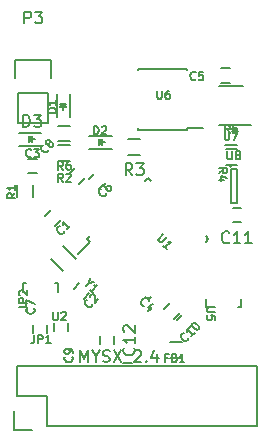
<source format=gbr>
G04 #@! TF.FileFunction,Legend,Top*
%FSLAX46Y46*%
G04 Gerber Fmt 4.6, Leading zero omitted, Abs format (unit mm)*
G04 Created by KiCad (PCBNEW no-vcs-found-undefined) date Sun Nov 27 17:11:53 2016*
%MOMM*%
%LPD*%
G01*
G04 APERTURE LIST*
%ADD10C,0.100000*%
%ADD11C,0.150000*%
G04 APERTURE END LIST*
D10*
D11*
X105887240Y-103164640D02*
X105935500Y-103164640D01*
X108686220Y-102463600D02*
X108686220Y-103164640D01*
X108686220Y-103164640D02*
X108437300Y-103164640D01*
X105887240Y-103164640D02*
X105686580Y-103164640D01*
X105686580Y-103164640D02*
X105686580Y-102463600D01*
X94502049Y-101626423D02*
X94997023Y-101131449D01*
X95845551Y-101979977D02*
X95350577Y-102474951D01*
X89882800Y-89488100D02*
X91782800Y-89488100D01*
X89882800Y-88388100D02*
X91782800Y-88388100D01*
X90782800Y-88938100D02*
X91232800Y-88938100D01*
X90732800Y-88688100D02*
X90732800Y-89188100D01*
X90732800Y-88938100D02*
X90982800Y-88688100D01*
X90982800Y-88688100D02*
X90982800Y-89188100D01*
X90982800Y-89188100D02*
X90732800Y-88938100D01*
X91099000Y-92870400D02*
X91099000Y-93870400D01*
X89749000Y-93870400D02*
X89749000Y-92870400D01*
X89814400Y-87604600D02*
X92354400Y-87604600D01*
X89814400Y-85064600D02*
X89814400Y-87604600D01*
X89534400Y-82244600D02*
X92634400Y-82244600D01*
X89534400Y-83794600D02*
X89534400Y-82244600D01*
X92354400Y-85064600D02*
X89814400Y-85064600D01*
X92634400Y-82244600D02*
X92634400Y-83794600D01*
X92354400Y-85064600D02*
X92354400Y-87604600D01*
X93225300Y-89418800D02*
X94225300Y-89418800D01*
X94225300Y-90768800D02*
X93225300Y-90768800D01*
X104086500Y-88134900D02*
X104086500Y-87989900D01*
X99936500Y-88134900D02*
X99936500Y-87989900D01*
X99936500Y-82984900D02*
X99936500Y-83129900D01*
X104086500Y-82984900D02*
X104086500Y-83129900D01*
X104086500Y-88134900D02*
X99936500Y-88134900D01*
X104086500Y-82984900D02*
X99936500Y-82984900D01*
X104086500Y-87989900D02*
X105486500Y-87989900D01*
X93200600Y-87793200D02*
X94200600Y-87793200D01*
X94200600Y-89143200D02*
X93200600Y-89143200D01*
X95675700Y-97390668D02*
X95905510Y-97620478D01*
X100802224Y-92264144D02*
X101032034Y-92493954D01*
X105928748Y-97390668D02*
X105698938Y-97160858D01*
X100802224Y-102517192D02*
X100572414Y-102287382D01*
X95675700Y-97390668D02*
X95905510Y-97160858D01*
X100802224Y-102517192D02*
X101032034Y-102287382D01*
X105928748Y-97390668D02*
X105698938Y-97620478D01*
X100802224Y-92264144D02*
X100572414Y-92493954D01*
X95905510Y-97620478D02*
X94897882Y-98628105D01*
X100144900Y-90324300D02*
X99144900Y-90324300D01*
X99144900Y-88974300D02*
X100144900Y-88974300D01*
X95839100Y-89742100D02*
X97739100Y-89742100D01*
X95839100Y-88642100D02*
X97739100Y-88642100D01*
X96739100Y-89192100D02*
X97189100Y-89192100D01*
X96689100Y-88942100D02*
X96689100Y-89442100D01*
X96689100Y-89192100D02*
X96939100Y-88942100D01*
X96939100Y-88942100D02*
X96939100Y-89442100D01*
X96939100Y-89442100D02*
X96689100Y-89192100D01*
X107373800Y-89799800D02*
X108373800Y-89799800D01*
X108373800Y-91149800D02*
X107373800Y-91149800D01*
X107902400Y-91187800D02*
G75*
G03X107902400Y-91187800I-100000J0D01*
G01*
X108352400Y-91437800D02*
X107852400Y-91437800D01*
X108352400Y-94337800D02*
X108352400Y-91437800D01*
X107852400Y-94337800D02*
X108352400Y-94337800D01*
X107852400Y-91437800D02*
X107852400Y-94337800D01*
X107728500Y-84153300D02*
X107028500Y-84153300D01*
X107028500Y-82953300D02*
X107728500Y-82953300D01*
X108668300Y-96002400D02*
X107968300Y-96002400D01*
X107968300Y-94802400D02*
X108668300Y-94802400D01*
X93624400Y-97999340D02*
X94685060Y-99060000D01*
X92563740Y-99060000D02*
X93624400Y-100120660D01*
X97115551Y-92708977D02*
X96620577Y-93203951D01*
X95772049Y-92355423D02*
X96267023Y-91860449D01*
X103541751Y-103643677D02*
X103046777Y-104138651D01*
X102198249Y-103290123D02*
X102693223Y-102795149D01*
X97958200Y-105618800D02*
X97958200Y-106318800D01*
X96758200Y-106318800D02*
X96758200Y-105618800D01*
X93018560Y-101152960D02*
X92970300Y-101152960D01*
X90219580Y-101854000D02*
X90219580Y-101152960D01*
X90219580Y-101152960D02*
X90468500Y-101152960D01*
X93018560Y-101152960D02*
X93219220Y-101152960D01*
X93219220Y-101152960D02*
X93219220Y-101854000D01*
X108848000Y-84443300D02*
X106798000Y-84443300D01*
X109553000Y-87743300D02*
X106798000Y-87743300D01*
X92252800Y-113258600D02*
X110032800Y-113258600D01*
X110032800Y-113258600D02*
X110032800Y-108178600D01*
X110032800Y-108178600D02*
X89712800Y-108178600D01*
X89712800Y-108178600D02*
X89712800Y-110718600D01*
X89432800Y-111988600D02*
X89432800Y-113538600D01*
X89712800Y-110718600D02*
X92252800Y-110718600D01*
X92252800Y-110718600D02*
X92252800Y-113258600D01*
X89432800Y-113538600D02*
X90982800Y-113538600D01*
X103223879Y-104296493D02*
X103718853Y-103801519D01*
X104567381Y-104650047D02*
X104072407Y-105145021D01*
X93432551Y-95782377D02*
X92937577Y-96277351D01*
X92089049Y-95428823D02*
X92584023Y-94933849D01*
X91043200Y-105379000D02*
X91043200Y-104679000D01*
X92243200Y-104679000D02*
X92243200Y-105379000D01*
X93087100Y-85145700D02*
X93087100Y-87045700D01*
X94187100Y-85145700D02*
X94187100Y-87045700D01*
X93637100Y-86045700D02*
X93637100Y-86495700D01*
X93887100Y-85995700D02*
X93387100Y-85995700D01*
X93637100Y-85995700D02*
X93887100Y-86245700D01*
X93887100Y-86245700D02*
X93387100Y-86245700D01*
X93387100Y-86245700D02*
X93637100Y-85995700D01*
X94146449Y-91872823D02*
X94641423Y-91377849D01*
X95489951Y-92226377D02*
X94994977Y-92721351D01*
X90684300Y-90586000D02*
X91384300Y-90586000D01*
X91384300Y-91786000D02*
X90684300Y-91786000D01*
X107335000Y-88085300D02*
X108335000Y-88085300D01*
X108335000Y-89435300D02*
X107335000Y-89435300D01*
X94046600Y-104526600D02*
X94046600Y-105226600D01*
X92846600Y-105226600D02*
X92846600Y-104526600D01*
X102649400Y-106106600D02*
X103649400Y-106106600D01*
X103649400Y-107456600D02*
X102649400Y-107456600D01*
X106502933Y-103174866D02*
X105936266Y-103174866D01*
X105869600Y-103208200D01*
X105836266Y-103241533D01*
X105802933Y-103308200D01*
X105802933Y-103441533D01*
X105836266Y-103508200D01*
X105869600Y-103541533D01*
X105936266Y-103574866D01*
X106502933Y-103574866D01*
X106502933Y-104241533D02*
X106502933Y-103908200D01*
X106169600Y-103874866D01*
X106202933Y-103908200D01*
X106236266Y-103974866D01*
X106236266Y-104141533D01*
X106202933Y-104208200D01*
X106169600Y-104241533D01*
X106102933Y-104274866D01*
X105936266Y-104274866D01*
X105869600Y-104241533D01*
X105836266Y-104208200D01*
X105802933Y-104141533D01*
X105802933Y-103974866D01*
X105836266Y-103908200D01*
X105869600Y-103874866D01*
X96085283Y-102933557D02*
X96085283Y-102980697D01*
X96038143Y-103074978D01*
X95991003Y-103122119D01*
X95896722Y-103169259D01*
X95802441Y-103169259D01*
X95731730Y-103145689D01*
X95613879Y-103074978D01*
X95543168Y-103004268D01*
X95472458Y-102886417D01*
X95448887Y-102815706D01*
X95448887Y-102721425D01*
X95496028Y-102627144D01*
X95543168Y-102580004D01*
X95637449Y-102532863D01*
X95684590Y-102532863D01*
X95873151Y-102344301D02*
X95873151Y-102297161D01*
X95896722Y-102226450D01*
X96014573Y-102108599D01*
X96085283Y-102085029D01*
X96132424Y-102085029D01*
X96203135Y-102108599D01*
X96250275Y-102155740D01*
X96297415Y-102250020D01*
X96297415Y-102815706D01*
X96603828Y-102509293D01*
X90244704Y-87890480D02*
X90244704Y-86890480D01*
X90482800Y-86890480D01*
X90625657Y-86938100D01*
X90720895Y-87033338D01*
X90768514Y-87128576D01*
X90816133Y-87319052D01*
X90816133Y-87461909D01*
X90768514Y-87652385D01*
X90720895Y-87747623D01*
X90625657Y-87842861D01*
X90482800Y-87890480D01*
X90244704Y-87890480D01*
X91149466Y-86890480D02*
X91768514Y-86890480D01*
X91435180Y-87271433D01*
X91578038Y-87271433D01*
X91673276Y-87319052D01*
X91720895Y-87366671D01*
X91768514Y-87461909D01*
X91768514Y-87700004D01*
X91720895Y-87795242D01*
X91673276Y-87842861D01*
X91578038Y-87890480D01*
X91292323Y-87890480D01*
X91197085Y-87842861D01*
X91149466Y-87795242D01*
X89584966Y-93512466D02*
X89251633Y-93745800D01*
X89584966Y-93912466D02*
X88884966Y-93912466D01*
X88884966Y-93645800D01*
X88918300Y-93579133D01*
X88951633Y-93545800D01*
X89018300Y-93512466D01*
X89118300Y-93512466D01*
X89184966Y-93545800D01*
X89218300Y-93579133D01*
X89251633Y-93645800D01*
X89251633Y-93912466D01*
X89584966Y-92845800D02*
X89584966Y-93245800D01*
X89584966Y-93045800D02*
X88884966Y-93045800D01*
X88984966Y-93112466D01*
X89051633Y-93179133D01*
X89084966Y-93245800D01*
X90346304Y-79146980D02*
X90346304Y-78146980D01*
X90727257Y-78146980D01*
X90822495Y-78194600D01*
X90870114Y-78242219D01*
X90917733Y-78337457D01*
X90917733Y-78480314D01*
X90870114Y-78575552D01*
X90822495Y-78623171D01*
X90727257Y-78670790D01*
X90346304Y-78670790D01*
X91251066Y-78146980D02*
X91870114Y-78146980D01*
X91536780Y-78527933D01*
X91679638Y-78527933D01*
X91774876Y-78575552D01*
X91822495Y-78623171D01*
X91870114Y-78718409D01*
X91870114Y-78956504D01*
X91822495Y-79051742D01*
X91774876Y-79099361D01*
X91679638Y-79146980D01*
X91393923Y-79146980D01*
X91298685Y-79099361D01*
X91251066Y-79051742D01*
X93621333Y-91528066D02*
X93388000Y-91194733D01*
X93221333Y-91528066D02*
X93221333Y-90828066D01*
X93488000Y-90828066D01*
X93554666Y-90861400D01*
X93588000Y-90894733D01*
X93621333Y-90961400D01*
X93621333Y-91061400D01*
X93588000Y-91128066D01*
X93554666Y-91161400D01*
X93488000Y-91194733D01*
X93221333Y-91194733D01*
X94221333Y-90828066D02*
X94088000Y-90828066D01*
X94021333Y-90861400D01*
X93988000Y-90894733D01*
X93921333Y-90994733D01*
X93888000Y-91128066D01*
X93888000Y-91394733D01*
X93921333Y-91461400D01*
X93954666Y-91494733D01*
X94021333Y-91528066D01*
X94154666Y-91528066D01*
X94221333Y-91494733D01*
X94254666Y-91461400D01*
X94288000Y-91394733D01*
X94288000Y-91228066D01*
X94254666Y-91161400D01*
X94221333Y-91128066D01*
X94154666Y-91094733D01*
X94021333Y-91094733D01*
X93954666Y-91128066D01*
X93921333Y-91161400D01*
X93888000Y-91228066D01*
X101579766Y-84846366D02*
X101579766Y-85413033D01*
X101613100Y-85479700D01*
X101646433Y-85513033D01*
X101713100Y-85546366D01*
X101846433Y-85546366D01*
X101913100Y-85513033D01*
X101946433Y-85479700D01*
X101979766Y-85413033D01*
X101979766Y-84846366D01*
X102613100Y-84846366D02*
X102479766Y-84846366D01*
X102413100Y-84879700D01*
X102379766Y-84913033D01*
X102313100Y-85013033D01*
X102279766Y-85146366D01*
X102279766Y-85413033D01*
X102313100Y-85479700D01*
X102346433Y-85513033D01*
X102413100Y-85546366D01*
X102546433Y-85546366D01*
X102613100Y-85513033D01*
X102646433Y-85479700D01*
X102679766Y-85413033D01*
X102679766Y-85246366D01*
X102646433Y-85179700D01*
X102613100Y-85146366D01*
X102546433Y-85113033D01*
X102413100Y-85113033D01*
X102346433Y-85146366D01*
X102313100Y-85179700D01*
X102279766Y-85246366D01*
X93609333Y-92569466D02*
X93376000Y-92236133D01*
X93209333Y-92569466D02*
X93209333Y-91869466D01*
X93476000Y-91869466D01*
X93542666Y-91902800D01*
X93576000Y-91936133D01*
X93609333Y-92002800D01*
X93609333Y-92102800D01*
X93576000Y-92169466D01*
X93542666Y-92202800D01*
X93476000Y-92236133D01*
X93209333Y-92236133D01*
X93876000Y-91936133D02*
X93909333Y-91902800D01*
X93976000Y-91869466D01*
X94142666Y-91869466D01*
X94209333Y-91902800D01*
X94242666Y-91936133D01*
X94276000Y-92002800D01*
X94276000Y-92069466D01*
X94242666Y-92169466D01*
X93842666Y-92569466D01*
X94276000Y-92569466D01*
X102115037Y-96975973D02*
X101714344Y-97376667D01*
X101690773Y-97447378D01*
X101690773Y-97494518D01*
X101714344Y-97565229D01*
X101808625Y-97659510D01*
X101879335Y-97683080D01*
X101926476Y-97683080D01*
X101997186Y-97659510D01*
X102397880Y-97258816D01*
X102397880Y-98248765D02*
X102115037Y-97965923D01*
X102256459Y-98107344D02*
X102751434Y-97612369D01*
X102633582Y-97635940D01*
X102539302Y-97635940D01*
X102468591Y-97612369D01*
X99478233Y-92001680D02*
X99144900Y-91525490D01*
X98906804Y-92001680D02*
X98906804Y-91001680D01*
X99287757Y-91001680D01*
X99382995Y-91049300D01*
X99430614Y-91096919D01*
X99478233Y-91192157D01*
X99478233Y-91335014D01*
X99430614Y-91430252D01*
X99382995Y-91477871D01*
X99287757Y-91525490D01*
X98906804Y-91525490D01*
X99811566Y-91001680D02*
X100430614Y-91001680D01*
X100097280Y-91382633D01*
X100240138Y-91382633D01*
X100335376Y-91430252D01*
X100382995Y-91477871D01*
X100430614Y-91573109D01*
X100430614Y-91811204D01*
X100382995Y-91906442D01*
X100335376Y-91954061D01*
X100240138Y-92001680D01*
X99954423Y-92001680D01*
X99859185Y-91954061D01*
X99811566Y-91906442D01*
X96219233Y-88543566D02*
X96219233Y-87843566D01*
X96385900Y-87843566D01*
X96485900Y-87876900D01*
X96552566Y-87943566D01*
X96585900Y-88010233D01*
X96619233Y-88143566D01*
X96619233Y-88243566D01*
X96585900Y-88376900D01*
X96552566Y-88443566D01*
X96485900Y-88510233D01*
X96385900Y-88543566D01*
X96219233Y-88543566D01*
X96885900Y-87910233D02*
X96919233Y-87876900D01*
X96985900Y-87843566D01*
X97152566Y-87843566D01*
X97219233Y-87876900D01*
X97252566Y-87910233D01*
X97285900Y-87976900D01*
X97285900Y-88043566D01*
X97252566Y-88143566D01*
X96852566Y-88543566D01*
X97285900Y-88543566D01*
X106795133Y-91805933D02*
X107128466Y-91572600D01*
X106795133Y-91405933D02*
X107495133Y-91405933D01*
X107495133Y-91672600D01*
X107461800Y-91739266D01*
X107428466Y-91772600D01*
X107361800Y-91805933D01*
X107261800Y-91805933D01*
X107195133Y-91772600D01*
X107161800Y-91739266D01*
X107128466Y-91672600D01*
X107128466Y-91405933D01*
X107261800Y-92405933D02*
X106795133Y-92405933D01*
X107528466Y-92239266D02*
X107028466Y-92072600D01*
X107028466Y-92505933D01*
X107519066Y-89954466D02*
X107519066Y-90521133D01*
X107552400Y-90587800D01*
X107585733Y-90621133D01*
X107652400Y-90654466D01*
X107785733Y-90654466D01*
X107852400Y-90621133D01*
X107885733Y-90587800D01*
X107919066Y-90521133D01*
X107919066Y-89954466D01*
X108352400Y-90254466D02*
X108285733Y-90221133D01*
X108252400Y-90187800D01*
X108219066Y-90121133D01*
X108219066Y-90087800D01*
X108252400Y-90021133D01*
X108285733Y-89987800D01*
X108352400Y-89954466D01*
X108485733Y-89954466D01*
X108552400Y-89987800D01*
X108585733Y-90021133D01*
X108619066Y-90087800D01*
X108619066Y-90121133D01*
X108585733Y-90187800D01*
X108552400Y-90221133D01*
X108485733Y-90254466D01*
X108352400Y-90254466D01*
X108285733Y-90287800D01*
X108252400Y-90321133D01*
X108219066Y-90387800D01*
X108219066Y-90521133D01*
X108252400Y-90587800D01*
X108285733Y-90621133D01*
X108352400Y-90654466D01*
X108485733Y-90654466D01*
X108552400Y-90621133D01*
X108585733Y-90587800D01*
X108619066Y-90521133D01*
X108619066Y-90387800D01*
X108585733Y-90321133D01*
X108552400Y-90287800D01*
X108485733Y-90254466D01*
X104836133Y-83866800D02*
X104802800Y-83900133D01*
X104702800Y-83933466D01*
X104636133Y-83933466D01*
X104536133Y-83900133D01*
X104469466Y-83833466D01*
X104436133Y-83766800D01*
X104402800Y-83633466D01*
X104402800Y-83533466D01*
X104436133Y-83400133D01*
X104469466Y-83333466D01*
X104536133Y-83266800D01*
X104636133Y-83233466D01*
X104702800Y-83233466D01*
X104802800Y-83266800D01*
X104836133Y-83300133D01*
X105469466Y-83233466D02*
X105136133Y-83233466D01*
X105102800Y-83566800D01*
X105136133Y-83533466D01*
X105202800Y-83500133D01*
X105369466Y-83500133D01*
X105436133Y-83533466D01*
X105469466Y-83566800D01*
X105502800Y-83633466D01*
X105502800Y-83800133D01*
X105469466Y-83866800D01*
X105436133Y-83900133D01*
X105369466Y-83933466D01*
X105202800Y-83933466D01*
X105136133Y-83900133D01*
X105102800Y-83866800D01*
X107675442Y-97659542D02*
X107627823Y-97707161D01*
X107484966Y-97754780D01*
X107389728Y-97754780D01*
X107246871Y-97707161D01*
X107151633Y-97611923D01*
X107104014Y-97516685D01*
X107056395Y-97326209D01*
X107056395Y-97183352D01*
X107104014Y-96992876D01*
X107151633Y-96897638D01*
X107246871Y-96802400D01*
X107389728Y-96754780D01*
X107484966Y-96754780D01*
X107627823Y-96802400D01*
X107675442Y-96850019D01*
X108627823Y-97754780D02*
X108056395Y-97754780D01*
X108342109Y-97754780D02*
X108342109Y-96754780D01*
X108246871Y-96897638D01*
X108151633Y-96992876D01*
X108056395Y-97040495D01*
X109580204Y-97754780D02*
X109008776Y-97754780D01*
X109294490Y-97754780D02*
X109294490Y-96754780D01*
X109199252Y-96897638D01*
X109104014Y-96992876D01*
X109008776Y-97040495D01*
X95817161Y-101139388D02*
X95581459Y-101375090D01*
X95911442Y-100715124D02*
X95817161Y-101139388D01*
X96241425Y-101045107D01*
X96170715Y-101964346D02*
X95887872Y-101681503D01*
X96029293Y-101822925D02*
X96524268Y-101327950D01*
X96406417Y-101351520D01*
X96312136Y-101351520D01*
X96241425Y-101327950D01*
X97256500Y-93545814D02*
X97256500Y-93592954D01*
X97209360Y-93687235D01*
X97162220Y-93734376D01*
X97067939Y-93781516D01*
X96973658Y-93781516D01*
X96902947Y-93757946D01*
X96785096Y-93687235D01*
X96714385Y-93616525D01*
X96643675Y-93498674D01*
X96620104Y-93427963D01*
X96620104Y-93333682D01*
X96667245Y-93239401D01*
X96714385Y-93192261D01*
X96808666Y-93145120D01*
X96855807Y-93145120D01*
X97232930Y-92673716D02*
X97138649Y-92767997D01*
X97115079Y-92838707D01*
X97115079Y-92885848D01*
X97138649Y-93003699D01*
X97209360Y-93121550D01*
X97397922Y-93310112D01*
X97468632Y-93333682D01*
X97515773Y-93333682D01*
X97586484Y-93310112D01*
X97680764Y-93215831D01*
X97704335Y-93145120D01*
X97704335Y-93097980D01*
X97680764Y-93027269D01*
X97562913Y-92909418D01*
X97492203Y-92885848D01*
X97445062Y-92885848D01*
X97374352Y-92909418D01*
X97280071Y-93003699D01*
X97256500Y-93074409D01*
X97256500Y-93121550D01*
X97280071Y-93192261D01*
X100463951Y-103049800D02*
X100416811Y-103049800D01*
X100322530Y-103002660D01*
X100275389Y-102955520D01*
X100228249Y-102861239D01*
X100228249Y-102766958D01*
X100251819Y-102696247D01*
X100322530Y-102578396D01*
X100393240Y-102507685D01*
X100511091Y-102436975D01*
X100581802Y-102413404D01*
X100676083Y-102413404D01*
X100770364Y-102460545D01*
X100817504Y-102507685D01*
X100864645Y-102601966D01*
X100864645Y-102649107D01*
X101171058Y-103191222D02*
X100841075Y-103521205D01*
X101241768Y-102884809D02*
X100770364Y-103120511D01*
X101076777Y-103426924D01*
X99615342Y-106611657D02*
X99662961Y-106659276D01*
X99710580Y-106802133D01*
X99710580Y-106897371D01*
X99662961Y-107040228D01*
X99567723Y-107135466D01*
X99472485Y-107183085D01*
X99282009Y-107230704D01*
X99139152Y-107230704D01*
X98948676Y-107183085D01*
X98853438Y-107135466D01*
X98758200Y-107040228D01*
X98710580Y-106897371D01*
X98710580Y-106802133D01*
X98758200Y-106659276D01*
X98805819Y-106611657D01*
X99710580Y-105659276D02*
X99710580Y-106230704D01*
X99710580Y-105944990D02*
X98710580Y-105944990D01*
X98853438Y-106040228D01*
X98948676Y-106135466D01*
X98996295Y-106230704D01*
X98805819Y-105278323D02*
X98758200Y-105230704D01*
X98710580Y-105135466D01*
X98710580Y-104897371D01*
X98758200Y-104802133D01*
X98805819Y-104754514D01*
X98901057Y-104706895D01*
X98996295Y-104706895D01*
X99139152Y-104754514D01*
X99710580Y-105325942D01*
X99710580Y-104706895D01*
X92760866Y-103571246D02*
X92760866Y-104137913D01*
X92794200Y-104204580D01*
X92827533Y-104237913D01*
X92894200Y-104271246D01*
X93027533Y-104271246D01*
X93094200Y-104237913D01*
X93127533Y-104204580D01*
X93160866Y-104137913D01*
X93160866Y-103571246D01*
X93460866Y-103637913D02*
X93494200Y-103604580D01*
X93560866Y-103571246D01*
X93727533Y-103571246D01*
X93794200Y-103604580D01*
X93827533Y-103637913D01*
X93860866Y-103704580D01*
X93860866Y-103771246D01*
X93827533Y-103871246D01*
X93427533Y-104271246D01*
X93860866Y-104271246D01*
X107289666Y-88284966D02*
X107289666Y-88851633D01*
X107323000Y-88918300D01*
X107356333Y-88951633D01*
X107423000Y-88984966D01*
X107556333Y-88984966D01*
X107623000Y-88951633D01*
X107656333Y-88918300D01*
X107689666Y-88851633D01*
X107689666Y-88284966D01*
X107956333Y-88284966D02*
X108423000Y-88284966D01*
X108123000Y-88984966D01*
X95037685Y-107818180D02*
X95037685Y-106818180D01*
X95371019Y-107532466D01*
X95704352Y-106818180D01*
X95704352Y-107818180D01*
X96371019Y-107341990D02*
X96371019Y-107818180D01*
X96037685Y-106818180D02*
X96371019Y-107341990D01*
X96704352Y-106818180D01*
X96990066Y-107770561D02*
X97132923Y-107818180D01*
X97371019Y-107818180D01*
X97466257Y-107770561D01*
X97513876Y-107722942D01*
X97561495Y-107627704D01*
X97561495Y-107532466D01*
X97513876Y-107437228D01*
X97466257Y-107389609D01*
X97371019Y-107341990D01*
X97180542Y-107294371D01*
X97085304Y-107246752D01*
X97037685Y-107199133D01*
X96990066Y-107103895D01*
X96990066Y-107008657D01*
X97037685Y-106913419D01*
X97085304Y-106865800D01*
X97180542Y-106818180D01*
X97418638Y-106818180D01*
X97561495Y-106865800D01*
X97894828Y-106818180D02*
X98561495Y-107818180D01*
X98561495Y-106818180D02*
X97894828Y-107818180D01*
X98704352Y-107913419D02*
X99466257Y-107913419D01*
X99656733Y-106913419D02*
X99704352Y-106865800D01*
X99799590Y-106818180D01*
X100037685Y-106818180D01*
X100132923Y-106865800D01*
X100180542Y-106913419D01*
X100228161Y-107008657D01*
X100228161Y-107103895D01*
X100180542Y-107246752D01*
X99609114Y-107818180D01*
X100228161Y-107818180D01*
X100656733Y-107722942D02*
X100704352Y-107770561D01*
X100656733Y-107818180D01*
X100609114Y-107770561D01*
X100656733Y-107722942D01*
X100656733Y-107818180D01*
X101561495Y-107151514D02*
X101561495Y-107818180D01*
X101323400Y-106770561D02*
X101085304Y-107484847D01*
X101704352Y-107484847D01*
X104229667Y-105785942D02*
X104229667Y-105833083D01*
X104182527Y-105927364D01*
X104135386Y-105974504D01*
X104041105Y-106021645D01*
X103946824Y-106021645D01*
X103876114Y-105998074D01*
X103758263Y-105927364D01*
X103687552Y-105856653D01*
X103616841Y-105738802D01*
X103593271Y-105668091D01*
X103593271Y-105573810D01*
X103640411Y-105479529D01*
X103687552Y-105432389D01*
X103781833Y-105385248D01*
X103828973Y-105385248D01*
X104748212Y-105361678D02*
X104465369Y-105644521D01*
X104606791Y-105503100D02*
X104111816Y-105008125D01*
X104135386Y-105125976D01*
X104135386Y-105220257D01*
X104111816Y-105290968D01*
X104559650Y-104560290D02*
X104606791Y-104513150D01*
X104677501Y-104489580D01*
X104724642Y-104489580D01*
X104795353Y-104513150D01*
X104913204Y-104583861D01*
X105031055Y-104701712D01*
X105101766Y-104819563D01*
X105125336Y-104890274D01*
X105125336Y-104937414D01*
X105101766Y-105008125D01*
X105054625Y-105055265D01*
X104983914Y-105078835D01*
X104936774Y-105078835D01*
X104866063Y-105055265D01*
X104748212Y-104984555D01*
X104630361Y-104866703D01*
X104559650Y-104748852D01*
X104536080Y-104678142D01*
X104536080Y-104631001D01*
X104559650Y-104560290D01*
X91167666Y-105509266D02*
X91167666Y-106009266D01*
X91134333Y-106109266D01*
X91067666Y-106175933D01*
X90967666Y-106209266D01*
X90901000Y-106209266D01*
X91501000Y-106209266D02*
X91501000Y-105509266D01*
X91767666Y-105509266D01*
X91834333Y-105542600D01*
X91867666Y-105575933D01*
X91901000Y-105642600D01*
X91901000Y-105742600D01*
X91867666Y-105809266D01*
X91834333Y-105842600D01*
X91767666Y-105875933D01*
X91501000Y-105875933D01*
X92567666Y-106209266D02*
X92167666Y-106209266D01*
X92367666Y-106209266D02*
X92367666Y-105509266D01*
X92301000Y-105609266D01*
X92234333Y-105675933D01*
X92167666Y-105709266D01*
X93717185Y-96726977D02*
X93717185Y-96774117D01*
X93670045Y-96868398D01*
X93622905Y-96915539D01*
X93528624Y-96962679D01*
X93434343Y-96962679D01*
X93363632Y-96939109D01*
X93245781Y-96868398D01*
X93175070Y-96797688D01*
X93104360Y-96679837D01*
X93080789Y-96609126D01*
X93080789Y-96514845D01*
X93127930Y-96420564D01*
X93175070Y-96373424D01*
X93269351Y-96326283D01*
X93316492Y-96326283D01*
X94235730Y-96302713D02*
X93952888Y-96585556D01*
X94094309Y-96444134D02*
X93599334Y-95949160D01*
X93622905Y-96067011D01*
X93622905Y-96161292D01*
X93599334Y-96232002D01*
X89888266Y-103135833D02*
X90388266Y-103135833D01*
X90488266Y-103169166D01*
X90554933Y-103235833D01*
X90588266Y-103335833D01*
X90588266Y-103402500D01*
X90588266Y-102802500D02*
X89888266Y-102802500D01*
X89888266Y-102535833D01*
X89921600Y-102469166D01*
X89954933Y-102435833D01*
X90021600Y-102402500D01*
X90121600Y-102402500D01*
X90188266Y-102435833D01*
X90221600Y-102469166D01*
X90254933Y-102535833D01*
X90254933Y-102802500D01*
X89954933Y-102135833D02*
X89921600Y-102102500D01*
X89888266Y-102035833D01*
X89888266Y-101869166D01*
X89921600Y-101802500D01*
X89954933Y-101769166D01*
X90021600Y-101735833D01*
X90088266Y-101735833D01*
X90188266Y-101769166D01*
X90588266Y-102169166D01*
X90588266Y-101735833D01*
X91140600Y-103278766D02*
X91173933Y-103312100D01*
X91207266Y-103412100D01*
X91207266Y-103478766D01*
X91173933Y-103578766D01*
X91107266Y-103645433D01*
X91040600Y-103678766D01*
X90907266Y-103712100D01*
X90807266Y-103712100D01*
X90673933Y-103678766D01*
X90607266Y-103645433D01*
X90540600Y-103578766D01*
X90507266Y-103478766D01*
X90507266Y-103412100D01*
X90540600Y-103312100D01*
X90573933Y-103278766D01*
X90507266Y-103045433D02*
X90507266Y-102578766D01*
X91207266Y-102878766D01*
X93039366Y-86711566D02*
X92339366Y-86711566D01*
X92339366Y-86544900D01*
X92372700Y-86444900D01*
X92439366Y-86378233D01*
X92506033Y-86344900D01*
X92639366Y-86311566D01*
X92739366Y-86311566D01*
X92872700Y-86344900D01*
X92939366Y-86378233D01*
X93006033Y-86444900D01*
X93039366Y-86544900D01*
X93039366Y-86711566D01*
X93039366Y-85644900D02*
X93039366Y-86044900D01*
X93039366Y-85844900D02*
X92339366Y-85844900D01*
X92439366Y-85911566D01*
X92506033Y-85978233D01*
X92539366Y-86044900D01*
X92353602Y-89838807D02*
X92353602Y-89885947D01*
X92306462Y-89980228D01*
X92259322Y-90027369D01*
X92165041Y-90074509D01*
X92070760Y-90074509D01*
X92000049Y-90050939D01*
X91882198Y-89980228D01*
X91811487Y-89909518D01*
X91740777Y-89791667D01*
X91717206Y-89720956D01*
X91717206Y-89626675D01*
X91764347Y-89532394D01*
X91811487Y-89485254D01*
X91905768Y-89438113D01*
X91952909Y-89438113D01*
X92400743Y-89320262D02*
X92330032Y-89343832D01*
X92282892Y-89343832D01*
X92212181Y-89320262D01*
X92188611Y-89296692D01*
X92165041Y-89225981D01*
X92165041Y-89178841D01*
X92188611Y-89108130D01*
X92282892Y-89013849D01*
X92353602Y-88990279D01*
X92400743Y-88990279D01*
X92471454Y-89013849D01*
X92495024Y-89037419D01*
X92518594Y-89108130D01*
X92518594Y-89155270D01*
X92495024Y-89225981D01*
X92400743Y-89320262D01*
X92377173Y-89390973D01*
X92377173Y-89438113D01*
X92400743Y-89508824D01*
X92495024Y-89603105D01*
X92565734Y-89626675D01*
X92612875Y-89626675D01*
X92683586Y-89603105D01*
X92777866Y-89508824D01*
X92801437Y-89438113D01*
X92801437Y-89390973D01*
X92777866Y-89320262D01*
X92683586Y-89225981D01*
X92612875Y-89202411D01*
X92565734Y-89202411D01*
X92495024Y-89225981D01*
X90917633Y-90420000D02*
X90884300Y-90453333D01*
X90784300Y-90486666D01*
X90717633Y-90486666D01*
X90617633Y-90453333D01*
X90550966Y-90386666D01*
X90517633Y-90320000D01*
X90484300Y-90186666D01*
X90484300Y-90086666D01*
X90517633Y-89953333D01*
X90550966Y-89886666D01*
X90617633Y-89820000D01*
X90717633Y-89786666D01*
X90784300Y-89786666D01*
X90884300Y-89820000D01*
X90917633Y-89853333D01*
X91150966Y-89786666D02*
X91584300Y-89786666D01*
X91350966Y-90053333D01*
X91450966Y-90053333D01*
X91517633Y-90086666D01*
X91550966Y-90120000D01*
X91584300Y-90186666D01*
X91584300Y-90353333D01*
X91550966Y-90420000D01*
X91517633Y-90453333D01*
X91450966Y-90486666D01*
X91250966Y-90486666D01*
X91184300Y-90453333D01*
X91150966Y-90420000D01*
X107718333Y-88441966D02*
X107485000Y-88108633D01*
X107318333Y-88441966D02*
X107318333Y-87741966D01*
X107585000Y-87741966D01*
X107651666Y-87775300D01*
X107685000Y-87808633D01*
X107718333Y-87875300D01*
X107718333Y-87975300D01*
X107685000Y-88041966D01*
X107651666Y-88075300D01*
X107585000Y-88108633D01*
X107318333Y-88108633D01*
X108351666Y-87741966D02*
X108018333Y-87741966D01*
X107985000Y-88075300D01*
X108018333Y-88041966D01*
X108085000Y-88008633D01*
X108251666Y-88008633D01*
X108318333Y-88041966D01*
X108351666Y-88075300D01*
X108385000Y-88141966D01*
X108385000Y-88308633D01*
X108351666Y-88375300D01*
X108318333Y-88408633D01*
X108251666Y-88441966D01*
X108085000Y-88441966D01*
X108018333Y-88408633D01*
X107985000Y-88375300D01*
X94369700Y-107380866D02*
X94403033Y-107414200D01*
X94436366Y-107514200D01*
X94436366Y-107580866D01*
X94403033Y-107680866D01*
X94336366Y-107747533D01*
X94269700Y-107780866D01*
X94136366Y-107814200D01*
X94036366Y-107814200D01*
X93903033Y-107780866D01*
X93836366Y-107747533D01*
X93769700Y-107680866D01*
X93736366Y-107580866D01*
X93736366Y-107514200D01*
X93769700Y-107414200D01*
X93803033Y-107380866D01*
X94436366Y-107047533D02*
X94436366Y-106914200D01*
X94403033Y-106847533D01*
X94369700Y-106814200D01*
X94269700Y-106747533D01*
X94136366Y-106714200D01*
X93869700Y-106714200D01*
X93803033Y-106747533D01*
X93769700Y-106780866D01*
X93736366Y-106847533D01*
X93736366Y-106980866D01*
X93769700Y-107047533D01*
X93803033Y-107080866D01*
X93869700Y-107114200D01*
X94036366Y-107114200D01*
X94103033Y-107080866D01*
X94136366Y-107047533D01*
X94169700Y-106980866D01*
X94169700Y-106847533D01*
X94136366Y-106780866D01*
X94103033Y-106747533D01*
X94036366Y-106714200D01*
X102464466Y-107442800D02*
X102231133Y-107442800D01*
X102231133Y-107809466D02*
X102231133Y-107109466D01*
X102564466Y-107109466D01*
X103064466Y-107442800D02*
X103164466Y-107476133D01*
X103197800Y-107509466D01*
X103231133Y-107576133D01*
X103231133Y-107676133D01*
X103197800Y-107742800D01*
X103164466Y-107776133D01*
X103097800Y-107809466D01*
X102831133Y-107809466D01*
X102831133Y-107109466D01*
X103064466Y-107109466D01*
X103131133Y-107142800D01*
X103164466Y-107176133D01*
X103197800Y-107242800D01*
X103197800Y-107309466D01*
X103164466Y-107376133D01*
X103131133Y-107409466D01*
X103064466Y-107442800D01*
X102831133Y-107442800D01*
X103897800Y-107809466D02*
X103497800Y-107809466D01*
X103697800Y-107809466D02*
X103697800Y-107109466D01*
X103631133Y-107209466D01*
X103564466Y-107276133D01*
X103497800Y-107309466D01*
M02*

</source>
